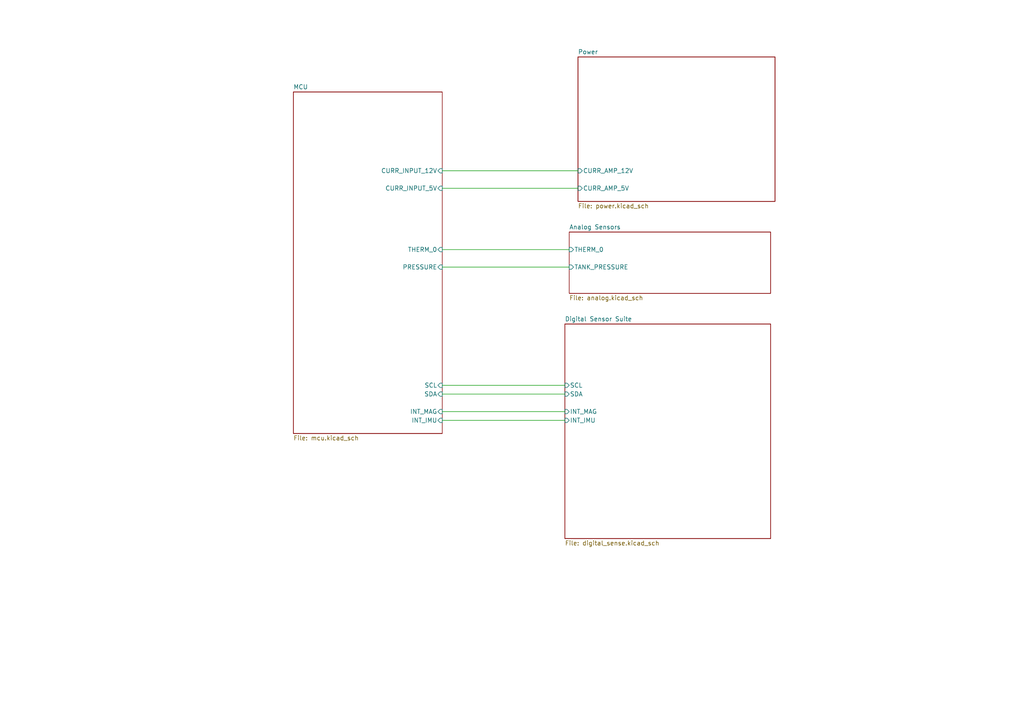
<source format=kicad_sch>
(kicad_sch (version 20211123) (generator eeschema)
  (paper "A4")
  (lib_symbols)
  (wire (pts (xy 128.27 121.92) (xy 163.83 121.92)))
  (wire (pts (xy 165.1 72.39) (xy 128.27 72.39)))
  (wire (pts (xy 128.27 111.76) (xy 163.83 111.76)))
  (wire (pts (xy 128.27 54.61) (xy 167.64 54.61)))
  (wire (pts (xy 128.27 119.38) (xy 163.83 119.38)))
  (wire (pts (xy 128.27 114.3) (xy 163.83 114.3)))
  (wire (pts (xy 128.27 49.53) (xy 167.64 49.53)))
  (wire (pts (xy 128.27 77.47) (xy 165.1 77.47)))
  (sheet (at 167.64 16.51) (size 57.15 41.91)
    (property "Sheet name" "Power" (at 167.64 15.7984 0) (effects (justify left bottom)))
    (property "Sheet file" "power.kicad_sch" (at 167.64 59.0046 0) (effects (justify left top)))
    (pin "CURR_AMP_5V" input (at 167.64 54.61 180))
    (pin "CURR_AMP_12V" input (at 167.64 49.53 180))
  )
  (sheet (at 85.09 26.67) (size 43.18 99.06)
    (property "Sheet name" "MCU" (at 85.09 25.9584 0) (effects (justify left bottom)))
    (property "Sheet file" "mcu.kicad_sch" (at 85.09 126.3146 0) (effects (justify left top)))
    (pin "CURR_INPUT_5V" input (at 128.27 54.61 0))
    (pin "CURR_INPUT_12V" input (at 128.27 49.53 0))
    (pin "THERM_0" input (at 128.27 72.39 0))
    (pin "PRESSURE" input (at 128.27 77.47 0))
    (pin "SCL" input (at 128.27 111.76 0))
    (pin "SDA" input (at 128.27 114.3 0))
    (pin "INT_IMU" input (at 128.27 121.92 0))
    (pin "INT_MAG" input (at 128.27 119.38 0))
  )
  (sheet (at 163.83 93.98) (size 59.69 62.23)
    (property "Sheet name" "Digital Sensor Suite" (at 163.83 93.2684 0) (effects (justify left bottom)))
    (property "Sheet file" "digital_sense.kicad_sch" (at 163.83 156.7946 0) (effects (justify left top)))
    (pin "SDA" input (at 163.83 114.3 180))
    (pin "SCL" input (at 163.83 111.76 180))
    (pin "INT_MAG" input (at 163.83 119.38 180))
    (pin "INT_IMU" input (at 163.83 121.92 180))
  )
  (sheet (at 165.1 67.31) (size 58.42 17.78)
    (property "Sheet name" "Analog Sensors" (at 165.1 66.5984 0) (effects (justify left bottom)))
    (property "Sheet file" "analog.kicad_sch" (at 165.1 85.6746 0) (effects (justify left top)))
    (pin "TANK_PRESSURE" input (at 165.1 77.47 180))
    (pin "THERM_0" input (at 165.1 72.39 180))
  )
)
</source>
